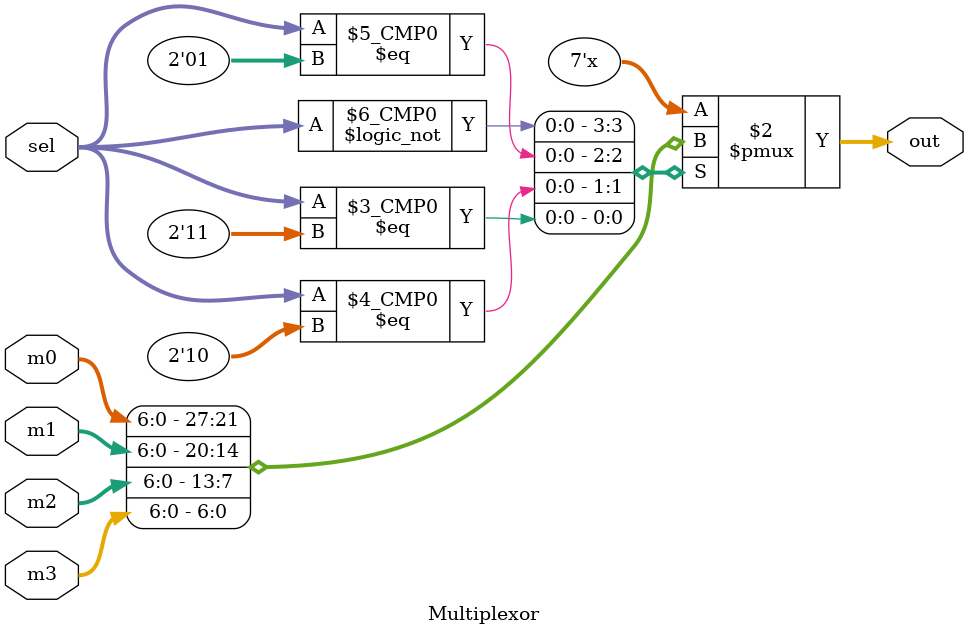
<source format=v>
`timescale 1ns / 1ps


module Multiplexor(
    input [1:0] sel,
    input [6:0] m3, m2, m1, m0,
    output reg [6:0] out
    );
    
    always@*
    begin
        case (sel)
            2'b00: out = m0;
            2'b01: out = m1;
            2'b10: out = m2;
            2'b11: out = m3;
        endcase
    end
endmodule

</source>
